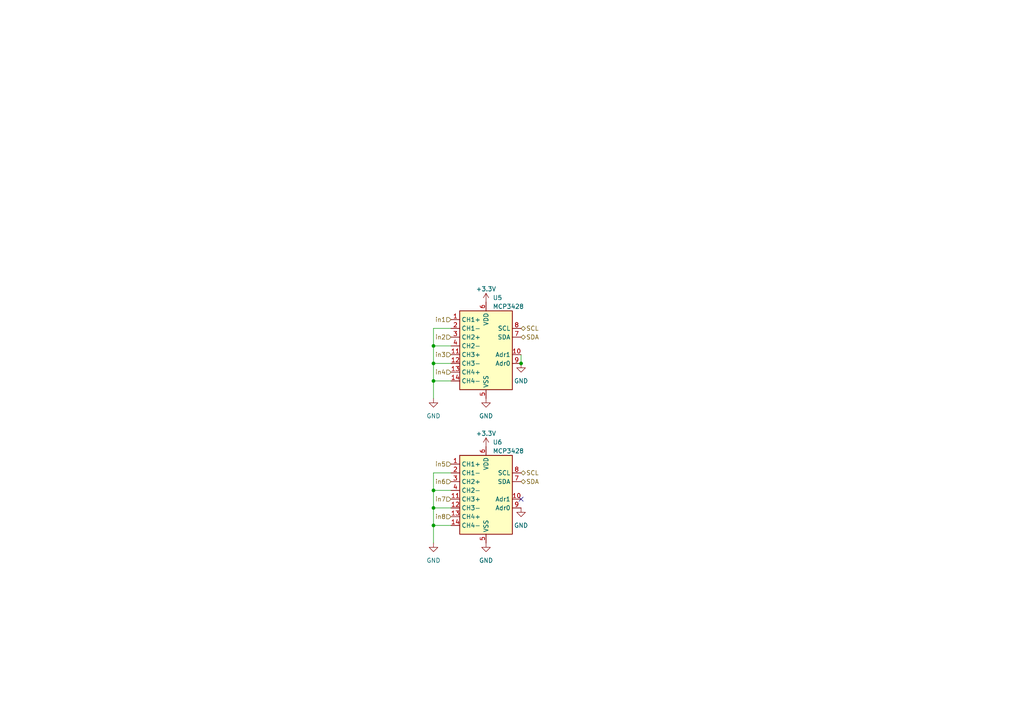
<source format=kicad_sch>
(kicad_sch (version 20230121) (generator eeschema)
  (paper "A4")
  (lib_symbols
    (symbol "Analog_ADC:MCP3428"
      (property "Reference" "U" (at -3.81 11.43 0))
      (property "Value" "MCP3428" (at 2.54 11.43 0))
      (symbol "MCP3428_0_1"
        (rectangle (start -7.62 10.16) (end 7.62 -12.7) (stroke (width 0.254)) (fill (type background)))
      )
      (symbol "MCP3428_1_1"
        (pin input line (at -10.16 7.62 0) (length 2.54) (name "CH1+") (number "1"))
        (pin input line (at 10.16 -2.54 180) (length 2.54) (name "Adr1") (number "10"))
        (pin input line (at -10.16 -2.54 0) (length 2.54) (name "CH3+") (number "11"))
        (pin input line (at -10.16 -5.08 0) (length 2.54) (name "CH3-") (number "12"))
        (pin input line (at -10.16 -7.62 0) (length 2.54) (name "CH4+") (number "13"))
        (pin input line (at -10.16 -10.16 0) (length 2.54) (name "CH4-") (number "14"))
        (pin input line (at -10.16 5.08 0) (length 2.54) (name "CH1-") (number "2"))
        (pin input line (at -10.16 2.54 0) (length 2.54) (name "CH2+") (number "3"))
        (pin input line (at -10.16 0 0) (length 2.54) (name "CH2-") (number "4"))
        (pin power_in line (at 0 -15.24 90) (length 2.54) (name "VSS") (number "5"))
        (pin power_in line (at 0 12.7 270) (length 2.54) (name "VDD") (number "6"))
        (pin bidirectional line (at 10.16 2.54 180) (length 2.54) (name "SDA") (number "7"))
        (pin input line (at 10.16 5.08 180) (length 2.54) (name "SCL") (number "8"))
        (pin input line (at 10.16 -5.08 180) (length 2.54) (name "Adr0") (number "9"))
      )
    )
    (symbol "power:+3.3V" (power) (pin_names (offset 0))
      (property "Value" "+3.3V" (at 0 3.556 0))
      (symbol "+3.3V_0_1"
        (polyline (pts (xy -0.762 1.27) (xy 0 2.54)))
        (polyline (pts (xy 0 0) (xy 0 2.54)))
        (polyline (pts (xy 0 2.54) (xy 0.762 1.27)))
      )
      (symbol "+3.3V_1_1"
        (pin power_in line (at 0 0 90) (length 0) hide (name "+3.3V") (number "1"))
      )
    )
    (symbol "power:GND" (power) (pin_names (offset 0))
      (property "Value" "GND" (at 0 -3.81 0))
      (symbol "GND_0_1"
        (polyline (pts (xy 0 0) (xy 0 -1.27) (xy 1.27 -1.27) (xy 0 -2.54) (xy -1.27 -1.27) (xy 0 -1.27)))
      )
      (symbol "GND_1_1"
        (pin power_in line (at 0 0 270) (length 0) hide (name "GND") (number "1"))
      )
    )
  )
  (junction (at 125.73 100.33))
  (junction (at 151.13 105.41))
  (junction (at 125.73 142.24))
  (junction (at 125.73 105.41))
  (junction (at 125.73 152.4))
  (junction (at 125.73 147.32))
  (junction (at 125.73 110.49))
  (no_connect (at 151.13 144.78))
  (wire (pts (xy 125.73 100.33) (xy 125.73 105.41)))
  (wire (pts (xy 125.73 152.4) (xy 125.73 157.48)))
  (wire (pts (xy 125.73 110.49) (xy 130.81 110.49)))
  (wire (pts (xy 125.73 105.41) (xy 130.81 105.41)))
  (wire (pts (xy 130.81 137.16) (xy 125.73 137.16)))
  (wire (pts (xy 125.73 142.24) (xy 130.81 142.24)))
  (wire (pts (xy 125.73 142.24) (xy 125.73 147.32)))
  (wire (pts (xy 130.81 95.25) (xy 125.73 95.25)))
  (wire (pts (xy 125.73 152.4) (xy 130.81 152.4)))
  (wire (pts (xy 125.73 105.41) (xy 125.73 110.49)))
  (wire (pts (xy 125.73 100.33) (xy 130.81 100.33)))
  (wire (pts (xy 125.73 147.32) (xy 130.81 147.32)))
  (wire (pts (xy 125.73 95.25) (xy 125.73 100.33)))
  (wire (pts (xy 125.73 137.16) (xy 125.73 142.24)))
  (wire (pts (xy 151.13 102.87) (xy 151.13 105.41)))
  (wire (pts (xy 125.73 110.49) (xy 125.73 115.57)))
  (wire (pts (xy 125.73 147.32) (xy 125.73 152.4)))
  (hierarchical_label "SCL" (shape bidirectional) (at 151.13 137.16 0))
  (hierarchical_label "in8" (shape input) (at 130.81 149.86 180))
  (hierarchical_label "in6" (shape input) (at 130.81 139.7 180))
  (hierarchical_label "in3" (shape input) (at 130.81 102.87 180))
  (hierarchical_label "in4" (shape input) (at 130.81 107.95 180))
  (hierarchical_label "in1" (shape input) (at 130.81 92.71 180))
  (hierarchical_label "SCL" (shape bidirectional) (at 151.13 95.25 0))
  (hierarchical_label "SDA" (shape bidirectional) (at 151.13 97.79 0))
  (hierarchical_label "in2" (shape input) (at 130.81 97.79 180))
  (hierarchical_label "in7" (shape input) (at 130.81 144.78 180))
  (hierarchical_label "SDA" (shape bidirectional) (at 151.13 139.7 0))
  (hierarchical_label "in5" (shape input) (at 130.81 134.62 180))
  (symbol (lib_id "power:GND") (at 140.97 115.57 0) (unit 1)
    (property "Reference" "#PWR035" (effects hide))
    (property "Value" "GND" (at 140.97 120.65 0))
  )
  (symbol (lib_id "Analog_ADC:MCP3428") (at 140.97 100.33 0) (unit 1)
    (property "Reference" "U5" (at 142.9259 86.36 0) (effects (justify left)))
    (property "Value" "MCP3428" (at 142.9259 88.9 0) (effects (justify left)))
    (property "Datasheet" "http://ww1.microchip.com/downloads/en/DeviceDoc/22226a.pdf" (effects hide))
  )
  (symbol (lib_id "power:GND") (at 151.13 105.41 0) (unit 1)
    (property "Reference" "#PWR036" (effects hide))
    (property "Value" "GND" (at 151.13 110.49 0))
  )
  (symbol (lib_id "power:+3.3V") (at 140.97 129.54 0) (unit 1)
    (property "Reference" "#PWR038" (effects hide))
    (property "Value" "+3.3V" (at 140.97 125.73 0))
  )
  (symbol (lib_id "power:GND") (at 140.97 157.48 0) (unit 1)
    (property "Reference" "#PWR039" (effects hide))
    (property "Value" "GND" (at 140.97 162.56 0))
  )
  (symbol (lib_id "power:GND") (at 125.73 157.48 0) (unit 1)
    (property "Reference" "#PWR037" (effects hide))
    (property "Value" "GND" (at 125.73 162.56 0))
  )
  (symbol (lib_id "power:+3.3V") (at 140.97 87.63 0) (unit 1)
    (property "Reference" "#PWR033" (effects hide))
    (property "Value" "+3.3V" (at 140.97 83.82 0))
  )
  (symbol (lib_id "Analog_ADC:MCP3428") (at 140.97 142.24 0) (unit 1)
    (property "Reference" "U5" (at 142.9259 128.27 0) (effects (justify left)))
    (property "Value" "MCP3428" (at 142.9259 130.81 0) (effects (justify left)))
    (property "Datasheet" "http://ww1.microchip.com/downloads/en/DeviceDoc/22226a.pdf" (effects hide))
    (instances (project "armatron_power_board" (path "" (reference "U6") (unit 1))))
  )
  (symbol (lib_id "power:GND") (at 151.13 147.32 0) (unit 1)
    (property "Reference" "#PWR040" (effects hide))
    (property "Value" "GND" (at 151.13 152.4 0))
  )
  (symbol (lib_id "power:GND") (at 125.73 115.57 0) (unit 1)
    (property "Reference" "#PWR034" (effects hide))
    (property "Value" "GND" (at 125.73 120.65 0))
  )
)
</source>
